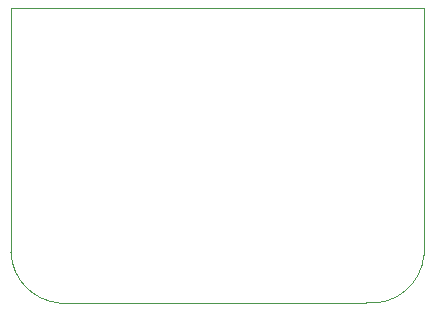
<source format=gbr>
%TF.GenerationSoftware,KiCad,Pcbnew,(6.0.6)*%
%TF.CreationDate,2022-10-10T16:19:53+08:00*%
%TF.ProjectId,NMOS_SWITCH,4e4d4f53-5f53-4574-9954-43482e6b6963,rev?*%
%TF.SameCoordinates,Original*%
%TF.FileFunction,Profile,NP*%
%FSLAX46Y46*%
G04 Gerber Fmt 4.6, Leading zero omitted, Abs format (unit mm)*
G04 Created by KiCad (PCBNEW (6.0.6)) date 2022-10-10 16:19:53*
%MOMM*%
%LPD*%
G01*
G04 APERTURE LIST*
%TA.AperFunction,Profile*%
%ADD10C,0.100000*%
%TD*%
G04 APERTURE END LIST*
D10*
X173600000Y-82425000D02*
X173575000Y-103350000D01*
X138600000Y-82425000D02*
X138600000Y-103150000D01*
X138599996Y-103150000D02*
G75*
G03*
X142664935Y-107412389I4461904J185700D01*
G01*
X138600000Y-82425000D02*
X173600000Y-82425000D01*
X142664935Y-107412389D02*
X168650000Y-107425000D01*
X168650005Y-107424946D02*
G75*
G03*
X173575000Y-103350000I445895J4474746D01*
G01*
M02*

</source>
